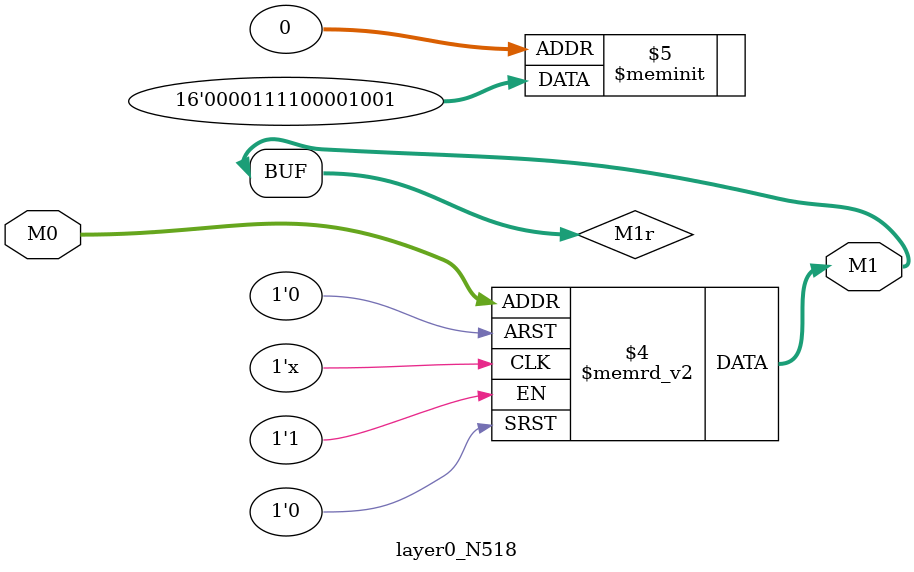
<source format=v>
module layer0_N518 ( input [2:0] M0, output [1:0] M1 );

	(*rom_style = "distributed" *) reg [1:0] M1r;
	assign M1 = M1r;
	always @ (M0) begin
		case (M0)
			3'b000: M1r = 2'b01;
			3'b100: M1r = 2'b11;
			3'b010: M1r = 2'b00;
			3'b110: M1r = 2'b00;
			3'b001: M1r = 2'b10;
			3'b101: M1r = 2'b11;
			3'b011: M1r = 2'b00;
			3'b111: M1r = 2'b00;

		endcase
	end
endmodule

</source>
